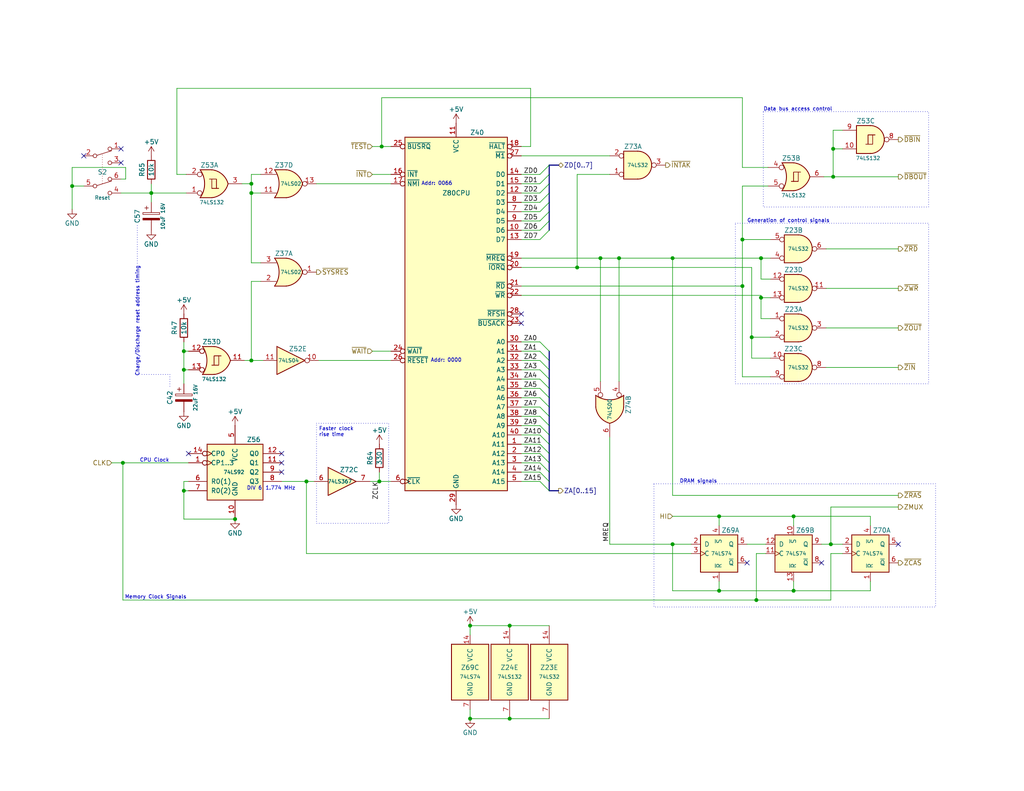
<source format=kicad_sch>
(kicad_sch (version 20231120) (generator "eeschema") (generator_version "8.0")
  (paper "USLetter")
  (title_block (title "TRS-80 Model I Rev A") (date "2024-11-20") (rev "E1A-A") (company "RetroStack - Marcel Erz") (comment 2 "CPU with reset circuits (button and power-up), clock divider, RAS & CAS divider, signals") (comment 4 "CPU & Signals"))
  (lib_symbols
    (symbol "74xx:74LS00" (pin_names (offset 1.016))
      (property "Reference" "U" (at 0 1.27 0))
      (property "Value" "74LS00" (at 0 -1.27 0))
      (symbol "74LS00_1_1"
        (pin input line (at -7.62 2.54 0) (length 3.81) (name "~") (number "1"))
        (pin input line (at -7.62 -2.54 0) (length 3.81) (name "~") (number "2"))
        (pin output inverted (at 7.62 0 180) (length 3.81) (name "~") (number "3"))
      )
      (symbol "74LS00_1_2"
        (pin input inverted (at -7.62 2.54 0) (length 4.318) (name "~") (number "1"))
        (pin input inverted (at -7.62 -2.54 0) (length 4.318) (name "~") (number "2"))
        (pin output line (at 7.62 0 180) (length 3.81) (name "~") (number "3"))
      )
      (symbol "74LS00_2_1"
        (pin input line (at -7.62 2.54 0) (length 3.81) (name "~") (number "4"))
        (pin input line (at -7.62 -2.54 0) (length 3.81) (name "~") (number "5"))
        (pin output inverted (at 7.62 0 180) (length 3.81) (name "~") (number "6"))
      )
      (symbol "74LS00_2_2"
        (pin input inverted (at -7.62 2.54 0) (length 4.318) (name "~") (number "4"))
        (pin input inverted (at -7.62 -2.54 0) (length 4.318) (name "~") (number "5"))
        (pin output line (at 7.62 0 180) (length 3.81) (name "~") (number "6"))
      )
      (symbol "74LS00_3_1"
        (pin input line (at -7.62 -2.54 0) (length 3.81) (name "~") (number "10"))
        (pin output inverted (at 7.62 0 180) (length 3.81) (name "~") (number "8"))
        (pin input line (at -7.62 2.54 0) (length 3.81) (name "~") (number "9"))
      )
      (symbol "74LS00_3_2"
        (pin input inverted (at -7.62 -2.54 0) (length 4.318) (name "~") (number "10"))
        (pin output line (at 7.62 0 180) (length 3.81) (name "~") (number "8"))
        (pin input inverted (at -7.62 2.54 0) (length 4.318) (name "~") (number "9"))
      )
      (symbol "74LS00_4_1"
        (pin output inverted (at 7.62 0 180) (length 3.81) (name "~") (number "11"))
        (pin input line (at -7.62 2.54 0) (length 3.81) (name "~") (number "12"))
        (pin input line (at -7.62 -2.54 0) (length 3.81) (name "~") (number "13"))
      )
      (symbol "74LS00_4_2"
        (pin output line (at 7.62 0 180) (length 3.81) (name "~") (number "11"))
        (pin input inverted (at -7.62 2.54 0) (length 4.318) (name "~") (number "12"))
        (pin input inverted (at -7.62 -2.54 0) (length 4.318) (name "~") (number "13"))
      )
      (symbol "74LS00_5_0"
        (pin power_in line (at 0 12.7 270) (length 5.08) (name "VCC") (number "14"))
        (pin power_in line (at 0 -12.7 90) (length 5.08) (name "GND") (number "7"))
      )
    )
    (symbol "74xx:74LS02" (pin_names (offset 1.016))
      (property "Reference" "U" (at 0 1.27 0))
      (property "Value" "74LS02" (at 0 -1.27 0))
      (symbol "74LS02_1_1"
        (pin output inverted (at 7.62 0 180) (length 3.81) (name "~") (number "1"))
        (pin input line (at -7.62 2.54 0) (length 4.318) (name "~") (number "2"))
        (pin input line (at -7.62 -2.54 0) (length 4.318) (name "~") (number "3"))
      )
      (symbol "74LS02_1_2"
        (pin output line (at 7.62 0 180) (length 3.81) (name "~") (number "1"))
        (pin input inverted (at -7.62 2.54 0) (length 3.81) (name "~") (number "2"))
        (pin input inverted (at -7.62 -2.54 0) (length 3.81) (name "~") (number "3"))
      )
      (symbol "74LS02_2_1"
        (pin output inverted (at 7.62 0 180) (length 3.81) (name "~") (number "4"))
        (pin input line (at -7.62 2.54 0) (length 4.318) (name "~") (number "5"))
        (pin input line (at -7.62 -2.54 0) (length 4.318) (name "~") (number "6"))
      )
      (symbol "74LS02_2_2"
        (pin output line (at 7.62 0 180) (length 3.81) (name "~") (number "4"))
        (pin input inverted (at -7.62 2.54 0) (length 3.81) (name "~") (number "5"))
        (pin input inverted (at -7.62 -2.54 0) (length 3.81) (name "~") (number "6"))
      )
      (symbol "74LS02_3_1"
        (pin output inverted (at 7.62 0 180) (length 3.81) (name "~") (number "10"))
        (pin input line (at -7.62 2.54 0) (length 4.318) (name "~") (number "8"))
        (pin input line (at -7.62 -2.54 0) (length 4.318) (name "~") (number "9"))
      )
      (symbol "74LS02_3_2"
        (pin output line (at 7.62 0 180) (length 3.81) (name "~") (number "10"))
        (pin input inverted (at -7.62 2.54 0) (length 3.81) (name "~") (number "8"))
        (pin input inverted (at -7.62 -2.54 0) (length 3.81) (name "~") (number "9"))
      )
      (symbol "74LS02_4_1"
        (pin input line (at -7.62 2.54 0) (length 4.318) (name "~") (number "11"))
        (pin input line (at -7.62 -2.54 0) (length 4.318) (name "~") (number "12"))
        (pin output inverted (at 7.62 0 180) (length 3.81) (name "~") (number "13"))
      )
      (symbol "74LS02_4_2"
        (pin input inverted (at -7.62 2.54 0) (length 3.81) (name "~") (number "11"))
        (pin input inverted (at -7.62 -2.54 0) (length 3.81) (name "~") (number "12"))
        (pin output line (at 7.62 0 180) (length 3.81) (name "~") (number "13"))
      )
      (symbol "74LS02_5_0"
        (pin power_in line (at 0 12.7 270) (length 5.08) (name "VCC") (number "14"))
        (pin power_in line (at 0 -12.7 90) (length 5.08) (name "GND") (number "7"))
      )
    )
    (symbol "74xx:74LS04"
      (property "Reference" "U" (at 0 1.27 0))
      (property "Value" "74LS04" (at 0 -1.27 0))
      (symbol "74LS04_1_0"
        (pin input line (at -7.62 0 0) (length 3.81) (name "~") (number "1"))
        (pin output inverted (at 7.62 0 180) (length 3.81) (name "~") (number "2"))
      )
      (symbol "74LS04_2_0"
        (pin input line (at -7.62 0 0) (length 3.81) (name "~") (number "3"))
        (pin output inverted (at 7.62 0 180) (length 3.81) (name "~") (number "4"))
      )
      (symbol "74LS04_3_0"
        (pin input line (at -7.62 0 0) (length 3.81) (name "~") (number "5"))
        (pin output inverted (at 7.62 0 180) (length 3.81) (name "~") (number "6"))
      )
      (symbol "74LS04_4_0"
        (pin output inverted (at 7.62 0 180) (length 3.81) (name "~") (number "8"))
        (pin input line (at -7.62 0 0) (length 3.81) (name "~") (number "9"))
      )
      (symbol "74LS04_5_0"
        (pin output inverted (at 7.62 0 180) (length 3.81) (name "~") (number "10"))
        (pin input line (at -7.62 0 0) (length 3.81) (name "~") (number "11"))
      )
      (symbol "74LS04_6_0"
        (pin output inverted (at 7.62 0 180) (length 3.81) (name "~") (number "12"))
        (pin input line (at -7.62 0 0) (length 3.81) (name "~") (number "13"))
      )
      (symbol "74LS04_7_0"
        (pin power_in line (at 0 12.7 270) (length 5.08) (name "VCC") (number "14"))
        (pin power_in line (at 0 -12.7 90) (length 5.08) (name "GND") (number "7"))
      )
    )
    (symbol "74xx:74LS132" (pin_names (offset 1.016))
      (property "Reference" "U" (at 0 1.27 0))
      (property "Value" "74LS132" (at 0 -1.27 0))
      (symbol "74LS132_1_1"
        (pin input line (at -7.62 2.54 0) (length 3.81) (name "~") (number "1"))
        (pin input line (at -7.62 -2.54 0) (length 3.81) (name "~") (number "2"))
        (pin output inverted (at 7.62 0 180) (length 3.81) (name "~") (number "3"))
      )
      (symbol "74LS132_1_2"
        (pin input inverted (at -7.62 2.54 0) (length 4.318) (name "~") (number "1"))
        (pin input inverted (at -7.62 -2.54 0) (length 4.318) (name "~") (number "2"))
        (pin output line (at 7.62 0 180) (length 3.81) (name "~") (number "3"))
      )
      (symbol "74LS132_2_1"
        (pin input line (at -7.62 2.54 0) (length 3.81) (name "~") (number "4"))
        (pin input line (at -7.62 -2.54 0) (length 3.81) (name "~") (number "5"))
        (pin output inverted (at 7.62 0 180) (length 3.81) (name "~") (number "6"))
      )
      (symbol "74LS132_2_2"
        (pin input inverted (at -7.62 2.54 0) (length 4.318) (name "~") (number "4"))
        (pin input inverted (at -7.62 -2.54 0) (length 4.318) (name "~") (number "5"))
        (pin output line (at 7.62 0 180) (length 3.81) (name "~") (number "6"))
      )
      (symbol "74LS132_3_1"
        (pin input line (at -7.62 -2.54 0) (length 3.81) (name "~") (number "10"))
        (pin output inverted (at 7.62 0 180) (length 3.81) (name "~") (number "8"))
        (pin input line (at -7.62 2.54 0) (length 3.81) (name "~") (number "9"))
      )
      (symbol "74LS132_3_2"
        (pin input inverted (at -7.62 -2.54 0) (length 4.318) (name "~") (number "10"))
        (pin output line (at 7.62 0 180) (length 3.81) (name "~") (number "8"))
        (pin input inverted (at -7.62 2.54 0) (length 4.318) (name "~") (number "9"))
      )
      (symbol "74LS132_4_1"
        (pin output inverted (at 7.62 0 180) (length 3.81) (name "~") (number "11"))
        (pin input line (at -7.62 2.54 0) (length 3.81) (name "~") (number "12"))
        (pin input line (at -7.62 -2.54 0) (length 3.81) (name "~") (number "13"))
      )
      (symbol "74LS132_4_2"
        (pin output line (at 7.62 0 180) (length 3.81) (name "~") (number "11"))
        (pin input inverted (at -7.62 2.54 0) (length 4.318) (name "~") (number "12"))
        (pin input inverted (at -7.62 -2.54 0) (length 4.318) (name "~") (number "13"))
      )
      (symbol "74LS132_5_0"
        (pin power_in line (at 0 12.7 270) (length 5.08) (name "VCC") (number "14"))
        (pin power_in line (at 0 -12.7 90) (length 5.08) (name "GND") (number "7"))
      )
    )
    (symbol "74xx:74LS32" (pin_names (offset 1.016))
      (property "Reference" "U" (at 0 1.27 0))
      (property "Value" "74LS32" (at 0 -1.27 0))
      (symbol "74LS32_1_1"
        (pin input line (at -7.62 2.54 0) (length 4.318) (name "~") (number "1"))
        (pin input line (at -7.62 -2.54 0) (length 4.318) (name "~") (number "2"))
        (pin output line (at 7.62 0 180) (length 3.81) (name "~") (number "3"))
      )
      (symbol "74LS32_1_2"
        (pin input inverted (at -7.62 2.54 0) (length 3.81) (name "~") (number "1"))
        (pin input inverted (at -7.62 -2.54 0) (length 3.81) (name "~") (number "2"))
        (pin output inverted (at 7.62 0 180) (length 3.81) (name "~") (number "3"))
      )
      (symbol "74LS32_2_1"
        (pin input line (at -7.62 2.54 0) (length 4.318) (name "~") (number "4"))
        (pin input line (at -7.62 -2.54 0) (length 4.318) (name "~") (number "5"))
        (pin output line (at 7.62 0 180) (length 3.81) (name "~") (number "6"))
      )
      (symbol "74LS32_2_2"
        (pin input inverted (at -7.62 2.54 0) (length 3.81) (name "~") (number "4"))
        (pin input inverted (at -7.62 -2.54 0) (length 3.81) (name "~") (number "5"))
        (pin output inverted (at 7.62 0 180) (length 3.81) (name "~") (number "6"))
      )
      (symbol "74LS32_3_1"
        (pin input line (at -7.62 -2.54 0) (length 4.318) (name "~") (number "10"))
        (pin output line (at 7.62 0 180) (length 3.81) (name "~") (number "8"))
        (pin input line (at -7.62 2.54 0) (length 4.318) (name "~") (number "9"))
      )
      (symbol "74LS32_3_2"
        (pin input inverted (at -7.62 -2.54 0) (length 3.81) (name "~") (number "10"))
        (pin output inverted (at 7.62 0 180) (length 3.81) (name "~") (number "8"))
        (pin input inverted (at -7.62 2.54 0) (length 3.81) (name "~") (number "9"))
      )
      (symbol "74LS32_4_1"
        (pin output line (at 7.62 0 180) (length 3.81) (name "~") (number "11"))
        (pin input line (at -7.62 2.54 0) (length 4.318) (name "~") (number "12"))
        (pin input line (at -7.62 -2.54 0) (length 4.318) (name "~") (number "13"))
      )
      (symbol "74LS32_4_2"
        (pin output inverted (at 7.62 0 180) (length 3.81) (name "~") (number "11"))
        (pin input inverted (at -7.62 2.54 0) (length 3.81) (name "~") (number "12"))
        (pin input inverted (at -7.62 -2.54 0) (length 3.81) (name "~") (number "13"))
      )
      (symbol "74LS32_5_0"
        (pin power_in line (at 0 12.7 270) (length 5.08) (name "VCC") (number "14"))
        (pin power_in line (at 0 -12.7 90) (length 5.08) (name "GND") (number "7"))
      )
    )
    (symbol "74xx:74LS74" (pin_names (offset 1.016))
      (property "Reference" "U" (at -7.62 8.89 0))
      (property "Value" "74LS74" (at -7.62 -8.89 0))
      (symbol "74LS74_1_0"
        (pin input line (at 0 -7.62 90) (length 2.54) (name "~{R}") (number "1"))
        (pin input line (at -7.62 2.54 0) (length 2.54) (name "D") (number "2"))
        (pin input clock (at -7.62 0 0) (length 2.54) (name "C") (number "3"))
        (pin input line (at 0 7.62 270) (length 2.54) (name "~{S}") (number "4"))
        (pin output line (at 7.62 2.54 180) (length 2.54) (name "Q") (number "5"))
        (pin output line (at 7.62 -2.54 180) (length 2.54) (name "~{Q}") (number "6"))
      )
      (symbol "74LS74_2_0"
        (pin input line (at 0 7.62 270) (length 2.54) (name "~{S}") (number "10"))
        (pin input clock (at -7.62 0 0) (length 2.54) (name "C") (number "11"))
        (pin input line (at -7.62 2.54 0) (length 2.54) (name "D") (number "12"))
        (pin input line (at 0 -7.62 90) (length 2.54) (name "~{R}") (number "13"))
        (pin output line (at 7.62 -2.54 180) (length 2.54) (name "~{Q}") (number "8"))
        (pin output line (at 7.62 2.54 180) (length 2.54) (name "Q") (number "9"))
      )
      (symbol "74LS74_3_0"
        (pin power_in line (at 0 10.16 270) (length 2.54) (name "VCC") (number "14"))
        (pin power_in line (at 0 -10.16 90) (length 2.54) (name "GND") (number "7"))
      )
    )
    (symbol "74xx:74LS92" (pin_names (offset 1.016))
      (property "Reference" "U" (at -7.62 8.89 0))
      (property "Value" "74LS92" (at -7.62 -8.89 0))
      (symbol "74LS92_1_0"
        (pin input inverted_clock (at -12.7 2.54 0) (length 5.08) (name "CP1..3") (number "1"))
        (pin power_in line (at 0 -12.7 90) (length 5.08) (name "GND") (number "10"))
        (pin output line (at 12.7 2.54 180) (length 5.08) (name "Q1") (number "11"))
        (pin output line (at 12.7 5.08 180) (length 5.08) (name "Q0") (number "12"))
        (pin input inverted_clock (at -12.7 5.08 0) (length 5.08) (name "CP0") (number "14"))
        (pin power_in line (at 0 12.7 270) (length 5.08) (name "VCC") (number "5"))
        (pin input line (at -12.7 -2.54 0) (length 5.08) (name "R0(1)") (number "6"))
        (pin input line (at -12.7 -5.08 0) (length 5.08) (name "R0(2)") (number "7"))
        (pin output line (at 12.7 -2.54 180) (length 5.08) (name "Q3") (number "8"))
        (pin output line (at 12.7 0 180) (length 5.08) (name "Q2") (number "9"))
      )
    )
    (symbol "Device:C_Polarized" (pin_numbers hide) (pin_names (offset 0.254))
      (property "Reference" "C" (at 0.635 2.54 0))
      (property "Value" "C_Polarized" (at 0.635 -2.54 0))
      (symbol "C_Polarized_1_1"
        (pin passive line (at 0 3.81 270) (length 2.794) (name "~") (number "1"))
        (pin passive line (at 0 -3.81 90) (length 2.794) (name "~") (number "2"))
      )
    )
    (symbol "Device:R" (pin_numbers hide) (pin_names (offset 0))
      (property "Reference" "R" (at 2.032 0 90))
      (property "Value" "R" (at 0 0 90))
      (symbol "R_1_1"
        (pin passive line (at 0 3.81 270) (length 1.27) (name "~") (number "1"))
        (pin passive line (at 0 -3.81 90) (length 1.27) (name "~") (number "2"))
      )
    )
    (symbol "RetroStackLibrary:74LS367_Split" (pin_names (offset 1.016))
      (property "Reference" "U" (at 0 1.27 0))
      (property "Value" "74LS367" (at 0 -1.27 0))
      (symbol "74LS367_Split_1_0"
        (pin input inverted (at 0 6.35 270) (length 4.445) (name "~") (number "1"))
        (pin input line (at -7.62 0 0) (length 3.81) (name "~") (number "2"))
        (pin tri_state line (at 7.62 0 180) (length 3.81) (name "~") (number "3"))
      )
      (symbol "74LS367_Split_2_0"
        (pin input line (at -7.62 0 0) (length 3.81) (name "~") (number "4"))
        (pin tri_state line (at 7.62 0 180) (length 3.81) (name "~") (number "5"))
      )
      (symbol "74LS367_Split_3_0"
        (pin input line (at -7.62 0 0) (length 3.81) (name "~") (number "6"))
        (pin tri_state line (at 7.62 0 180) (length 3.81) (name "~") (number "7"))
      )
      (symbol "74LS367_Split_4_0"
        (pin input line (at -7.62 0 0) (length 3.81) (name "~") (number "10"))
        (pin tri_state line (at 7.62 0 180) (length 3.81) (name "~") (number "9"))
      )
      (symbol "74LS367_Split_5_0"
        (pin tri_state line (at 8.255 -6.35 180) (length 3.81) (name "~") (number "11"))
        (pin input line (at -6.985 -6.35 0) (length 3.81) (name "~") (number "12"))
        (pin input inverted (at 0.635 0 270) (length 4.445) (name "~") (number "15"))
      )
      (symbol "74LS367_Split_6_0"
        (pin tri_state line (at 7.62 0 180) (length 3.81) (name "~") (number "13"))
        (pin input line (at -7.62 0 0) (length 3.81) (name "~") (number "14"))
      )
      (symbol "74LS367_Split_7_0"
        (pin power_in line (at 0 1.905 270) (length 5.08) (name "VCC") (number "16"))
        (pin power_in line (at 0 -23.495 90) (length 5.08) (name "GND") (number "8"))
      )
    )
    (symbol "RetroStackLibrary:SW_DPST"
      (property "Reference" "SW" (at 0 0 0))
      (symbol "SW_DPST_1_1"
        (pin passive line (at 4.445 -2.54 180) (length 2.54) (name "~") (number "1"))
        (pin passive line (at -5.715 -4.445 0) (length 2.54) (name "~") (number "2"))
        (pin passive line (at 4.445 -6.35 180) (length 2.54) (name "~") (number "3"))
        (pin passive line (at 4.445 -14.605 180) (length 2.54) (name "~") (number "4"))
        (pin passive line (at -5.715 -12.7 0) (length 2.54) (name "~") (number "5"))
        (pin passive line (at 4.445 -10.795 180) (length 2.54) (name "~") (number "6"))
      )
    )
    (symbol "RetroStackLibrary:Z80"
      (property "Reference" "U" (at 0 0 0))
      (property "Value" "Z80" (at 0 0 0))
      (symbol "Z80_1_1"
        (pin output line (at 17.78 -87.63 180) (length 3.81) (name "A11") (number "1"))
        (pin bidirectional line (at 17.78 -29.21 180) (length 3.81) (name "D6") (number "10"))
        (pin power_in line (at 0 0 270) (length 3.81) (name "VCC") (number "11"))
        (pin bidirectional line (at 17.78 -19.05 180) (length 3.81) (name "D2") (number "12"))
        (pin bidirectional line (at 17.78 -31.75 180) (length 3.81) (name "D7") (number "13"))
        (pin bidirectional line (at 17.78 -13.97 180) (length 3.81) (name "D0") (number "14"))
        (pin bidirectional line (at 17.78 -16.51 180) (length 3.81) (name "D1") (number "15"))
        (pin input inverted (at -17.78 -13.97 0) (length 3.81) (name "~{INT}") (number "16"))
        (pin input inverted (at -17.78 -16.51 0) (length 3.81) (name "~{NMI}") (number "17"))
        (pin output inverted (at 17.78 -6.35 180) (length 3.81) (name "~{HALT}") (number "18"))
        (pin output inverted (at 17.78 -36.83 180) (length 3.81) (name "~{MREQ}") (number "19"))
        (pin output line (at 17.78 -90.17 180) (length 3.81) (name "A12") (number "2"))
        (pin output inverted (at 17.78 -39.37 180) (length 3.81) (name "~{IORQ}") (number "20"))
        (pin output inverted (at 17.78 -44.45 180) (length 3.81) (name "~{RD}") (number "21"))
        (pin output inverted (at 17.78 -46.99 180) (length 3.81) (name "~{WR}") (number "22"))
        (pin output inverted (at 17.78 -54.61 180) (length 3.81) (name "~{BUSACK}") (number "23"))
        (pin input inverted (at -17.78 -62.23 0) (length 3.81) (name "~{WAIT}") (number "24"))
        (pin input inverted (at -17.78 -6.35 0) (length 3.81) (name "~{BUSRQ}") (number "25"))
        (pin input inverted (at -17.78 -64.77 0) (length 3.81) (name "~{RESET}") (number "26"))
        (pin output inverted (at 17.78 -8.89 180) (length 3.81) (name "~{M1}") (number "27"))
        (pin output inverted (at 17.78 -52.07 180) (length 3.81) (name "~{RFSH}") (number "28"))
        (pin power_in line (at 0 -104.14 90) (length 3.81) (name "GND") (number "29"))
        (pin output line (at 17.78 -92.71 180) (length 3.81) (name "A13") (number "3"))
        (pin output line (at 17.78 -59.69 180) (length 3.81) (name "A0") (number "30"))
        (pin output line (at 17.78 -62.23 180) (length 3.81) (name "A1") (number "31"))
        (pin output line (at 17.78 -64.77 180) (length 3.81) (name "A2") (number "32"))
        (pin output line (at 17.78 -67.31 180) (length 3.81) (name "A3") (number "33"))
        (pin output line (at 17.78 -69.85 180) (length 3.81) (name "A4") (number "34"))
        (pin output line (at 17.78 -72.39 180) (length 3.81) (name "A5") (number "35"))
        (pin output line (at 17.78 -74.93 180) (length 3.81) (name "A6") (number "36"))
        (pin output line (at 17.78 -77.47 180) (length 3.81) (name "A7") (number "37"))
        (pin output line (at 17.78 -80.01 180) (length 3.81) (name "A8") (number "38"))
        (pin output line (at 17.78 -82.55 180) (length 3.81) (name "A9") (number "39"))
        (pin output line (at 17.78 -95.25 180) (length 3.81) (name "A14") (number "4"))
        (pin output line (at 17.78 -85.09 180) (length 3.81) (name "A10") (number "40"))
        (pin output line (at 17.78 -97.79 180) (length 3.81) (name "A15") (number "5"))
        (pin input inverted_clock (at -17.78 -97.79 0) (length 3.81) (name "~{CLK}") (number "6"))
        (pin bidirectional line (at 17.78 -24.13 180) (length 3.81) (name "D4") (number "7"))
        (pin bidirectional line (at 17.78 -21.59 180) (length 3.81) (name "D3") (number "8"))
        (pin bidirectional line (at 17.78 -26.67 180) (length 3.81) (name "D5") (number "9"))
      )
    )
    (symbol "power:+5V" (power) (pin_numbers hide) (pin_names (offset 0) hide)
      (property "Value" "+5V" (at 0 3.556 0))
      (symbol "+5V_1_1"
        (pin power_in line (at 0 0 90) (length 0) (name "~") (number "1"))
      )
    )
    (symbol "power:GND" (power) (pin_numbers hide) (pin_names (offset 0) hide)
      (property "Value" "GND" (at 0 -3.81 0))
      (symbol "GND_1_1"
        (pin power_in line (at 0 0 270) (length 0) (name "~") (number "1"))
      )
    )
  )
  (junction (at 103.505 131.445))
  (junction (at 139.065 196.215))
  (junction (at 226.695 148.59))
  (junction (at 196.215 140.97))
  (junction (at 19.685 50.8))
  (junction (at 163.83 70.485))
  (junction (at 183.515 148.59))
  (junction (at 50.165 95.885))
  (junction (at 202.565 78.105))
  (junction (at 64.135 141.732))
  (junction (at 168.91 70.485))
  (junction (at 41.275 52.705))
  (junction (at 207.645 81.28))
  (junction (at 68.58 50.165))
  (junction (at 128.27 196.215))
  (junction (at 183.515 70.485))
  (junction (at 216.535 161.29))
  (junction (at 50.165 133.985))
  (junction (at 207.645 70.485))
  (junction (at 83.6112 131.445))
  (junction (at 216.535 140.97))
  (junction (at 68.58 98.425))
  (junction (at 104.14 40.005))
  (junction (at 206.375 163.83))
  (junction (at 227.33 48.26))
  (junction (at 202.565 65.405))
  (junction (at 227.33 40.64))
  (junction (at 128.27 170.815))
  (junction (at 205.105 92.075))
  (junction (at 196.215 161.29))
  (junction (at 68.58 52.705))
  (junction (at 50.165 100.965))
  (junction (at 139.065 170.815))
  (junction (at 33.528 126.365))
  (junction (at 157.48 73.025))
  (no_connect (at 76.835 126.365))
  (no_connect (at 33.02 44.45))
  (no_connect (at 22.86 42.545))
  (no_connect (at 203.835 153.67))
  (no_connect (at 142.24 88.265))
  (no_connect (at 142.24 85.725))
  (no_connect (at 33.02 40.64))
  (no_connect (at 51.435 123.825))
  (no_connect (at 76.835 123.825))
  (no_connect (at 245.11 148.59))
  (no_connect (at 76.835 128.905))
  (no_connect (at 224.155 153.67))
  (bus_entry (at 147.32 62.865) (size 2.54 -2.54))
  (bus_entry (at 147.32 113.665) (size 2.54 2.54))
  (bus_entry (at 147.32 93.345) (size 2.54 2.54))
  (bus_entry (at 147.32 65.405) (size 2.54 -2.54))
  (bus_entry (at 147.32 118.745) (size 2.54 2.54))
  (bus_entry (at 147.32 57.785) (size 2.54 -2.54))
  (bus_entry (at 147.32 103.505) (size 2.54 2.54))
  (bus_entry (at 147.32 106.045) (size 2.54 2.54))
  (bus_entry (at 147.32 126.365) (size 2.54 2.54))
  (bus_entry (at 147.32 55.245) (size 2.54 -2.54))
  (bus_entry (at 147.32 128.905) (size 2.54 2.54))
  (bus_entry (at 147.32 111.125) (size 2.54 2.54))
  (bus_entry (at 147.32 121.285) (size 2.54 2.54))
  (bus_entry (at 147.32 123.825) (size 2.54 2.54))
  (bus_entry (at 147.32 108.585) (size 2.54 2.54))
  (bus_entry (at 147.32 116.205) (size 2.54 2.54))
  (bus_entry (at 147.32 47.625) (size 2.54 -2.54))
  (bus_entry (at 147.32 50.165) (size 2.54 -2.54))
  (bus_entry (at 147.32 52.705) (size 2.54 -2.54))
  (bus_entry (at 147.32 98.425) (size 2.54 2.54))
  (bus_entry (at 147.32 95.885) (size 2.54 2.54))
  (bus_entry (at 147.32 100.965) (size 2.54 2.54))
  (bus_entry (at 147.32 131.445) (size 2.54 2.54))
  (bus_entry (at 147.32 60.325) (size 2.54 -2.54))
  (bus (pts (xy 149.86 100.965) (xy 149.86 103.505)))
  (wire (pts (xy 142.24 131.445) (xy 147.32 131.445)))
  (wire (pts (xy 104.14 26.67) (xy 104.14 40.005)))
  (wire (pts (xy 196.215 140.97) (xy 216.535 140.97)))
  (bus (pts (xy 149.86 116.205) (xy 149.86 118.745)))
  (wire (pts (xy 225.425 67.945) (xy 245.11 67.945)))
  (wire (pts (xy 225.425 100.33) (xy 245.11 100.33)))
  (wire (pts (xy 68.58 50.165) (xy 68.58 52.705)))
  (wire (pts (xy 196.215 161.29) (xy 216.535 161.29)))
  (wire (pts (xy 142.24 73.025) (xy 157.48 73.025)))
  (wire (pts (xy 229.87 151.13) (xy 226.695 151.13)))
  (wire (pts (xy 142.24 60.325) (xy 147.32 60.325)))
  (wire (pts (xy 50.8 47.625) (xy 48.26 47.625)))
  (wire (pts (xy 227.33 35.56) (xy 227.33 40.64)))
  (wire (pts (xy 22.86 50.8) (xy 19.685 50.8)))
  (wire (pts (xy 142.24 106.045) (xy 147.32 106.045)))
  (bus (pts (xy 149.86 118.745) (xy 149.86 121.285)))
  (wire (pts (xy 71.12 47.625) (xy 68.58 47.625)))
  (wire (pts (xy 227.33 40.64) (xy 227.33 48.26)))
  (wire (pts (xy 183.515 140.97) (xy 196.215 140.97)))
  (bus (pts (xy 149.86 108.585) (xy 149.86 111.125)))
  (wire (pts (xy 100.965 131.445) (xy 103.505 131.445)))
  (bus (pts (xy 149.86 60.325) (xy 149.86 57.785)))
  (wire (pts (xy 225.425 89.535) (xy 245.11 89.535)))
  (wire (pts (xy 71.12 71.755) (xy 68.58 71.755)))
  (wire (pts (xy 157.48 73.025) (xy 205.105 73.025)))
  (wire (pts (xy 34.29 48.895) (xy 34.29 45.72)))
  (wire (pts (xy 142.24 126.365) (xy 147.32 126.365)))
  (wire (pts (xy 163.83 70.485) (xy 168.91 70.485)))
  (bus (pts (xy 149.86 52.705) (xy 149.86 50.165)))
  (wire (pts (xy 142.24 113.665) (xy 147.32 113.665)))
  (bus (pts (xy 149.86 126.365) (xy 149.86 128.905)))
  (bus (pts (xy 149.86 131.445) (xy 149.86 133.985)))
  (wire (pts (xy 227.33 40.64) (xy 229.87 40.64)))
  (wire (pts (xy 142.24 123.825) (xy 147.32 123.825)))
  (wire (pts (xy 183.515 148.59) (xy 183.515 161.29)))
  (wire (pts (xy 226.695 151.13) (xy 226.695 163.83)))
  (bus (pts (xy 149.86 121.285) (xy 149.86 123.825)))
  (bus (pts (xy 149.86 47.625) (xy 149.86 45.085)))
  (bus (pts (xy 149.86 133.985) (xy 152.4 133.985)))
  (wire (pts (xy 103.505 128.905) (xy 103.505 131.445)))
  (wire (pts (xy 33.528 126.365) (xy 51.435 126.365)))
  (wire (pts (xy 68.58 98.425) (xy 66.675 98.425)))
  (wire (pts (xy 237.49 161.29) (xy 216.535 161.29)))
  (wire (pts (xy 216.535 158.75) (xy 216.535 161.29)))
  (wire (pts (xy 224.79 48.26) (xy 227.33 48.26)))
  (wire (pts (xy 144.78 24.13) (xy 144.78 40.005)))
  (wire (pts (xy 183.515 70.485) (xy 207.645 70.485)))
  (wire (pts (xy 50.165 100.965) (xy 51.435 100.965)))
  (wire (pts (xy 64.135 141.605) (xy 64.135 141.732)))
  (wire (pts (xy 50.165 95.885) (xy 51.435 95.885)))
  (wire (pts (xy 210.185 102.87) (xy 202.565 102.87)))
  (wire (pts (xy 142.24 62.865) (xy 147.32 62.865)))
  (wire (pts (xy 142.24 52.705) (xy 147.32 52.705)))
  (wire (pts (xy 86.995 98.425) (xy 106.68 98.425)))
  (wire (pts (xy 19.685 50.8) (xy 19.685 57.15)))
  (wire (pts (xy 142.24 108.585) (xy 147.32 108.585)))
  (bus (pts (xy 149.86 106.045) (xy 149.86 108.585)))
  (bus (pts (xy 149.86 123.825) (xy 149.86 126.365)))
  (wire (pts (xy 142.24 118.745) (xy 147.32 118.745)))
  (wire (pts (xy 237.49 140.97) (xy 216.535 140.97)))
  (wire (pts (xy 157.48 47.625) (xy 166.37 47.625)))
  (wire (pts (xy 71.755 98.425) (xy 68.58 98.425)))
  (wire (pts (xy 142.24 42.545) (xy 166.37 42.545)))
  (wire (pts (xy 51.435 133.985) (xy 50.165 133.985)))
  (wire (pts (xy 33.02 48.895) (xy 34.29 48.895)))
  (wire (pts (xy 142.24 100.965) (xy 147.32 100.965)))
  (wire (pts (xy 142.24 93.345) (xy 147.32 93.345)))
  (bus (pts (xy 149.86 98.425) (xy 149.86 100.965)))
  (wire (pts (xy 142.24 47.625) (xy 147.32 47.625)))
  (wire (pts (xy 128.27 196.215) (xy 139.065 196.215)))
  (wire (pts (xy 142.24 95.885) (xy 147.32 95.885)))
  (wire (pts (xy 76.835 131.445) (xy 83.6112 131.445)))
  (polyline (pts (xy 38.735 102.235) (xy 46.355 102.235)) (stroke (width 0) (type dot)))
  (wire (pts (xy 207.645 80.645) (xy 207.645 81.28)))
  (wire (pts (xy 50.165 93.345) (xy 50.165 95.885)))
  (wire (pts (xy 142.24 78.105) (xy 202.565 78.105)))
  (wire (pts (xy 68.58 76.835) (xy 68.58 98.425)))
  (wire (pts (xy 50.165 131.445) (xy 51.435 131.445)))
  (wire (pts (xy 202.565 78.105) (xy 202.565 65.405)))
  (wire (pts (xy 104.14 40.005) (xy 106.68 40.005)))
  (wire (pts (xy 245.11 138.43) (xy 226.695 138.43)))
  (wire (pts (xy 210.185 76.2) (xy 207.645 76.2)))
  (bus (pts (xy 149.86 62.865) (xy 149.86 60.325)))
  (wire (pts (xy 68.58 52.705) (xy 71.12 52.705)))
  (wire (pts (xy 86.36 50.165) (xy 106.68 50.165)))
  (wire (pts (xy 142.24 80.645) (xy 207.645 80.645)))
  (wire (pts (xy 142.24 103.505) (xy 147.32 103.505)))
  (bus (pts (xy 149.86 95.885) (xy 149.86 98.425)))
  (wire (pts (xy 237.49 143.51) (xy 237.49 140.97)))
  (wire (pts (xy 83.6112 131.445) (xy 85.725 131.445)))
  (polyline (pts (xy 46.355 102.235) (xy 46.355 106.045)) (stroke (width 0) (type dot)))
  (wire (pts (xy 128.27 193.675) (xy 128.27 196.215)))
  (wire (pts (xy 128.27 173.355) (xy 128.27 170.815)))
  (wire (pts (xy 210.185 97.79) (xy 205.105 97.79)))
  (wire (pts (xy 202.565 65.405) (xy 210.185 65.405)))
  (wire (pts (xy 68.58 52.705) (xy 68.58 71.755)))
  (wire (pts (xy 33.02 52.705) (xy 41.275 52.705)))
  (wire (pts (xy 50.165 133.985) (xy 50.165 141.732)))
  (wire (pts (xy 48.26 47.625) (xy 48.26 24.13)))
  (wire (pts (xy 50.165 141.732) (xy 64.135 141.732)))
  (wire (pts (xy 166.37 148.59) (xy 183.515 148.59)))
  (wire (pts (xy 30.48 126.365) (xy 33.528 126.365)))
  (wire (pts (xy 50.165 100.965) (xy 50.165 104.775)))
  (wire (pts (xy 216.535 140.97) (xy 216.535 143.51)))
  (wire (pts (xy 237.49 158.75) (xy 237.49 161.29)))
  (wire (pts (xy 163.83 70.485) (xy 163.83 104.14)))
  (polyline (pts (xy 37.465 61.595) (xy 37.465 72.39)) (stroke (width 0) (type dot)))
  (wire (pts (xy 157.48 47.625) (xy 157.48 73.025)))
  (wire (pts (xy 142.24 50.165) (xy 147.32 50.165)))
  (wire (pts (xy 188.595 148.59) (xy 183.515 148.59)))
  (wire (pts (xy 203.835 148.59) (xy 208.915 148.59)))
  (wire (pts (xy 227.33 48.26) (xy 245.11 48.26)))
  (bus (pts (xy 149.86 113.665) (xy 149.86 116.205)))
  (wire (pts (xy 207.645 81.28) (xy 210.185 81.28)))
  (wire (pts (xy 103.505 131.445) (xy 106.68 131.445)))
  (bus (pts (xy 149.86 45.085) (xy 152.4 45.085)))
  (wire (pts (xy 196.215 143.51) (xy 196.215 140.97)))
  (wire (pts (xy 207.645 70.485) (xy 210.185 70.485)))
  (wire (pts (xy 41.275 52.705) (xy 50.8 52.705)))
  (wire (pts (xy 202.565 65.405) (xy 202.565 50.8)))
  (wire (pts (xy 142.24 40.005) (xy 144.78 40.005)))
  (wire (pts (xy 142.24 98.425) (xy 147.32 98.425)))
  (wire (pts (xy 41.275 50.165) (xy 41.275 52.705)))
  (wire (pts (xy 183.515 70.485) (xy 183.515 135.255)))
  (wire (pts (xy 104.14 26.67) (xy 202.565 26.67)))
  (wire (pts (xy 226.695 163.83) (xy 206.375 163.83)))
  (wire (pts (xy 83.6112 151.13) (xy 188.595 151.13)))
  (wire (pts (xy 48.26 24.13) (xy 144.78 24.13)))
  (wire (pts (xy 101.6 95.885) (xy 106.68 95.885)))
  (bus (pts (xy 149.86 50.165) (xy 149.86 47.625)))
  (wire (pts (xy 168.91 70.485) (xy 168.91 104.14)))
  (wire (pts (xy 224.155 148.59) (xy 226.695 148.59)))
  (wire (pts (xy 206.375 151.13) (xy 206.375 163.83)))
  (wire (pts (xy 202.565 102.87) (xy 202.565 78.105)))
  (wire (pts (xy 166.37 119.38) (xy 166.37 148.59)))
  (wire (pts (xy 225.425 78.74) (xy 245.11 78.74)))
  (wire (pts (xy 33.528 126.365) (xy 33.528 163.83)))
  (wire (pts (xy 101.6 47.625) (xy 106.68 47.625)))
  (wire (pts (xy 183.515 161.29) (xy 196.215 161.29)))
  (wire (pts (xy 202.565 45.72) (xy 209.55 45.72)))
  (wire (pts (xy 226.695 148.59) (xy 229.87 148.59)))
  (wire (pts (xy 142.24 55.245) (xy 147.32 55.245)))
  (wire (pts (xy 41.275 55.245) (xy 41.275 52.705)))
  (bus (pts (xy 149.86 57.785) (xy 149.86 55.245)))
  (wire (pts (xy 207.645 70.485) (xy 207.645 76.2)))
  (wire (pts (xy 34.29 45.72) (xy 19.685 45.72)))
  (wire (pts (xy 202.565 50.8) (xy 209.55 50.8)))
  (wire (pts (xy 19.685 45.72) (xy 19.685 50.8)))
  (bus (pts (xy 149.86 111.125) (xy 149.86 113.665)))
  (wire (pts (xy 168.91 70.485) (xy 183.515 70.485)))
  (wire (pts (xy 101.6 40.005) (xy 104.14 40.005)))
  (wire (pts (xy 71.12 76.835) (xy 68.58 76.835)))
  (bus (pts (xy 149.86 128.905) (xy 149.86 131.445)))
  (wire (pts (xy 196.215 161.29) (xy 196.215 158.75)))
  (wire (pts (xy 226.695 138.43) (xy 226.695 148.59)))
  (wire (pts (xy 50.165 131.445) (xy 50.165 133.985)))
  (wire (pts (xy 142.24 57.785) (xy 147.32 57.785)))
  (wire (pts (xy 142.24 111.125) (xy 147.32 111.125)))
  (wire (pts (xy 128.27 170.815) (xy 139.065 170.815)))
  (wire (pts (xy 205.105 92.075) (xy 210.185 92.075)))
  (wire (pts (xy 142.24 128.905) (xy 147.32 128.905)))
  (wire (pts (xy 139.065 196.215) (xy 149.86 196.215)))
  (wire (pts (xy 245.11 135.255) (xy 183.515 135.255)))
  (wire (pts (xy 142.24 70.485) (xy 163.83 70.485)))
  (wire (pts (xy 207.645 86.995) (xy 207.645 81.28)))
  (wire (pts (xy 66.04 50.165) (xy 68.58 50.165)))
  (wire (pts (xy 83.6112 151.13) (xy 83.6112 131.445)))
  (wire (pts (xy 142.24 116.205) (xy 147.32 116.205)))
  (wire (pts (xy 205.105 73.025) (xy 205.105 92.075)))
  (wire (pts (xy 139.065 170.815) (xy 149.86 170.815)))
  (wire (pts (xy 142.24 65.405) (xy 147.32 65.405)))
  (wire (pts (xy 142.24 121.285) (xy 147.32 121.285)))
  (wire (pts (xy 210.185 86.995) (xy 207.645 86.995)))
  (wire (pts (xy 202.565 26.67) (xy 202.565 45.72)))
  (bus (pts (xy 149.86 55.245) (xy 149.86 52.705)))
  (wire (pts (xy 229.87 35.56) (xy 227.33 35.56)))
  (wire (pts (xy 50.165 95.885) (xy 50.165 100.965)))
  (wire (pts (xy 206.375 151.13) (xy 208.915 151.13)))
  (wire (pts (xy 205.105 97.79) (xy 205.105 92.075)))
  (wire (pts (xy 68.58 47.625) (xy 68.58 50.165)))
  (bus (pts (xy 149.86 103.505) (xy 149.86 106.045)))
  (wire (pts (xy 33.528 163.83) (xy 206.375 163.83)))
  (rectangle (start 86.36 115.57) (end 106.045 142.875) (stroke (width 0) (type dot)))
  (rectangle (start 200.66 60.96) (end 253.365 104.775) (stroke (width 0) (type dot)))
  (rectangle (start 178.435 132.08) (end 255.27 165.735) (stroke (width 0) (type dot)))
  (rectangle (start 208.28 30.48) (end 253.365 56.515) (stroke (width 0) (type dot)))
  (text "Data bus access control" (at 208.28 30.48 0) (effects (font (size 1 1)) (justify left bottom)))
  (text "DIV 6" (at 67.31 133.985 0) (effects (font (size 1 1)) (justify left bottom)))
  (text "Generation of control signals" (at 203.835 60.96 0) (effects (font (size 1 1)) (justify left bottom)))
  (text "DRAM signals" (at 185.42 132.08 0) (effects (font (size 1 1)) (justify left bottom)))
  (text "1.774 MHz" (at 72.39 133.985 0) (effects (font (size 1 1)) (justify left bottom)))
  (text "Faster clock\nrise time" (at 86.995 119.38 0) (effects (font (size 1 1)) (justify left bottom)))
  (text "Memory Clock Signals" (at 34.036 163.703 0) (effects (font (size 1 1)) (justify left bottom)))
  (text "CPU Clock" (at 38.1 126.365 0) (effects (font (size 1 1)) (justify left bottom)))
  (text "Addr: 0000" (at 117.475 99.06 0) (effects (font (size 1 1)) (justify left bottom)))
  (text "Charge/Discharge reset address timing" (at 38.1 102.87 90) (effects (font (size 1 1)) (justify left bottom)))
  (text "Addr: 0066" (at 114.935 50.8 0) (effects (font (size 1 1)) (justify left bottom)))
  (label "ZA9" (at 142.875 116.205 0))
  (label "ZD3" (at 142.875 55.245 0))
  (label "ZD2" (at 142.875 52.705 0))
  (label "ZA1" (at 142.875 95.885 0))
  (label "ZA14" (at 142.875 128.905 0))
  (label "ZA2" (at 142.875 98.425 0))
  (label "ZA0" (at 142.875 93.345 0))
  (label "ZA11" (at 142.875 121.285 0))
  (label "ZA12" (at 142.875 123.825 0))
  (label "ZD0" (at 142.875 47.625 0))
  (label "MREQ" (at 166.37 147.955 90))
  (label "ZA8" (at 142.875 113.665 0))
  (label "ZD6" (at 142.875 62.865 0))
  (label "ZD4" (at 142.875 57.785 0))
  (label "ZA4" (at 142.875 103.505 0))
  (label "ZD7" (at 142.875 65.405 0))
  (label "ZA5" (at 142.875 106.045 0))
  (label "ZA15" (at 142.875 131.445 0))
  (label "ZA3" (at 142.875 100.965 0))
  (label "ZA13" (at 142.875 126.365 0))
  (label "ZCLK" (at 103.505 131.445 270))
  (label "ZA10" (at 142.875 118.745 0))
  (label "ZD1" (at 142.875 50.165 0))
  (label "ZA7" (at 142.875 111.125 0))
  (label "ZA6" (at 142.875 108.585 0))
  (label "ZD5" (at 142.875 60.325 0))
  (hierarchical_label "~{SYSRES}" (shape output) (at 86.36 74.295 0))
  (hierarchical_label "~{DBOUT}" (shape output) (at 245.11 48.26 0))
  (hierarchical_label "~{INTAK}" (shape output) (at 181.61 45.085 0))
  (hierarchical_label "~{ZWR}" (shape output) (at 245.11 78.74 0))
  (hierarchical_label "ZD[0..7]" (shape bidirectional) (at 152.4 45.085 0))
  (hierarchical_label "ZMUX" (shape output) (at 245.11 138.43 0))
  (hierarchical_label "~{TEST}" (shape input) (at 101.6 40.005 180))
  (hierarchical_label "~{ZRD}" (shape output) (at 245.11 67.945 0))
  (hierarchical_label "~{DBIN}" (shape output) (at 245.11 38.1 0))
  (hierarchical_label "~{ZOUT}" (shape output) (at 245.11 89.535 0))
  (hierarchical_label "~{ZIN}" (shape output) (at 245.11 100.33 0))
  (hierarchical_label "~{INT}" (shape input) (at 101.6 47.625 180))
  (hierarchical_label "~{WAIT}" (shape input) (at 101.6 95.885 180))
  (hierarchical_label "~{ZCAS}" (shape output) (at 245.11 153.67 0))
  (hierarchical_label "HI" (shape input) (at 183.515 140.97 180))
  (hierarchical_label "CLK" (shape input) (at 30.48 126.365 180))
  (hierarchical_label "~{ZRAS}" (shape output) (at 245.11 135.255 0))
  (hierarchical_label "ZA[0..15]" (shape output) (at 152.4 133.985 0))
  (symbol (lib_id "74xx:74LS132") (at 217.17 48.26 0) (unit 2) (convert 2)
    (property "Reference" "Z53" (at 215.9 43.18 0))
    (property "Value" "74LS132" (at 216.535 53.34 0) (effects (font (size 1 1))))
    (property "Footprint" "RetroStackLibrary:TRS80_Model_I_DIP14" (effects (hide yes)))
    (property "Datasheet" "http://www.ti.com/lit/gpn/sn74LS132" (effects (hide yes)))
  )
  (symbol (lib_id "74xx:74LS32") (at 217.805 67.945 0) (mirror x) (unit 2) (convert 2)
    (property "Reference" "Z23" (at 216.535 62.865 0))
    (property "Value" "74LS32" (at 217.805 67.945 0) (effects (font (size 1 1))))
    (property "Footprint" "RetroStackLibrary:TRS80_Model_I_DIP14" (effects (hide yes)))
    (property "Datasheet" "http://www.ti.com/lit/gpn/sn74LS32" (effects (hide yes)))
  )
  (symbol (lib_id "power:+5V") (at 128.27 170.815 0) (unit 1)
    (property "Reference" "#PWR0116" (effects (hide yes)))
    (property "Value" "+5V" (at 128.27 167.005 0))
    (property "Description" "Power symbol creates a global label with name \"+5V\"" (effects (hide yes)))
  )
  (symbol (lib_id "power:+5V") (at 50.165 85.725 0) (unit 1)
    (property "Reference" "#PWR010" (effects (hide yes)))
    (property "Value" "+5V" (at 50.165 81.915 0))
    (property "Description" "Power symbol creates a global label with name \"+5V\"" (effects (hide yes)))
  )
  (symbol (lib_id "74xx:74LS132") (at 58.42 50.165 0) (mirror x) (unit 1) (convert 2)
    (property "Reference" "Z53" (at 57.15 45.085 0))
    (property "Value" "74LS132" (at 57.785 55.245 0) (effects (font (size 1 1))))
    (property "Footprint" "RetroStackLibrary:TRS80_Model_I_DIP14" (effects (hide yes)))
    (property "Datasheet" "http://www.ti.com/lit/gpn/sn74LS132" (effects (hide yes)))
  )
  (symbol (lib_id "74xx:74LS32") (at 217.805 78.74 0) (unit 4) (convert 2)
    (property "Reference" "Z23" (at 216.535 73.66 0))
    (property "Value" "74LS32" (at 217.805 78.74 0) (effects (font (size 1 1))))
    (property "Footprint" "RetroStackLibrary:TRS80_Model_I_DIP14" (effects (hide yes)))
    (property "Datasheet" "http://www.ti.com/lit/gpn/sn74LS32" (effects (hide yes)))
  )
  (symbol (lib_id "power:+5V") (at 103.505 121.285 0) (unit 1)
    (property "Reference" "#PWR019" (effects (hide yes)))
    (property "Value" "+5V" (at 103.505 117.475 0))
    (property "Description" "Power symbol creates a global label with name \"+5V\"" (effects (hide yes)))
  )
  (symbol (lib_id "power:GND") (at 124.46 137.795 0) (unit 1)
    (property "Reference" "#PWR017" (effects (hide yes)))
    (property "Value" "GND" (at 124.46 141.605 0))
    (property "Description" "Power symbol creates a global label with name \"GND\" , ground" (effects (hide yes)))
  )
  (symbol (lib_id "RetroStackLibrary:SW_DPST") (at 28.575 38.1 0) (unit 1)
    (property "Reference" "S2" (at 27.94 46.99 0))
    (property "Value" "Reset" (at 27.94 53.975 0) (effects (font (size 1 1))))
    (property "Footprint" "RetroStackLibrary:TRS80_Model_I_Sw_Small" (effects (hide yes)))
  )
  (symbol (lib_id "RetroStackLibrary:74LS367_Split") (at 93.345 131.445 0) (unit 3)
    (property "Reference" "Z72" (at 95.25 128.27 0))
    (property "Value" "74LS367" (at 92.71 131.445 0) (effects (font (size 1 1))))
    (property "Footprint" "RetroStackLibrary:TRS80_Model_I_DIP16" (effects (hide yes)))
    (property "Datasheet" "https://www.ti.com/lit/ds/symlink/sn74ls367a.pdf" (effects (hide yes)))
  )
  (symbol (lib_id "Device:R") (at 50.165 89.535 0) (unit 1)
    (property "Reference" "R47" (at 47.625 89.535 90))
    (property "Value" "10k" (at 50.165 89.535 90))
    (property "Footprint" "RetroStackLibrary:TRS80_Model_I_R_0.25W" (effects (hide yes)))
  )
  (symbol (lib_id "RetroStackLibrary:Z80") (at 124.46 33.655 0) (unit 1)
    (property "Reference" "Z40" (at 128.27 36.195 0) (effects (justify left)))
    (property "Value" "Z80CPU" (at 120.65 52.705 0) (effects (justify left)))
    (property "Footprint" "RetroStackLibrary:TRS80_Model_I_DIP40" (effects (hide yes)))
    (property "Datasheet" "https://www.zilog.com/docs/z80/um0080.pdf" (effects (hide yes)))
  )
  (symbol (lib_id "74xx:74LS132") (at 139.065 183.515 0) (unit 5)
    (property "Reference" "Z24" (at 136.525 182.245 0) (effects (justify left)))
    (property "Value" "74LS132" (at 139.065 184.785 0) (effects (font (size 1 1))))
    (property "Footprint" "RetroStackLibrary:TRS80_Model_I_DIP14" (effects (hide yes)))
    (property "Datasheet" "http://www.ti.com/lit/gpn/sn74LS132" (effects (hide yes)))
    (instances (project "Replica" (path "" (reference "Z24") (unit 5))) (project "TRS80_Model_I_G_E1" (path "" (reference "Z53") (unit 5))))
  )
  (symbol (lib_id "Device:R") (at 41.275 46.355 0) (unit 1)
    (property "Reference" "R65" (at 38.735 46.355 90))
    (property "Value" "10k" (at 41.275 46.355 90))
    (property "Footprint" "RetroStackLibrary:TRS80_Model_I_R_0.25W" (effects (hide yes)))
  )
  (symbol (lib_id "power:GND") (at 19.685 57.15 0) (unit 1)
    (property "Reference" "#PWR012" (effects (hide yes)))
    (property "Value" "GND" (at 19.685 60.96 0))
    (property "Description" "Power symbol creates a global label with name \"GND\" , ground" (effects (hide yes)))
  )
  (symbol (lib_id "Device:C_Polarized") (at 50.165 108.585 0) (unit 1)
    (property "Reference" "C42" (at 46.355 108.585 90))
    (property "Value" "22uF 16V" (at 53.34 108.585 90) (effects (font (size 1 1))))
    (property "Footprint" "RetroStackLibrary:TRS80_Model_I_C_Pol_Radial_6.3D_2.5P" (effects (hide yes)))
  )
  (symbol (lib_id "74xx:74LS00") (at 166.37 111.76 270) (unit 2) (convert 2)
    (property "Reference" "Z74" (at 171.45 110.49 0))
    (property "Value" "74LS00" (at 166.37 111.76 0) (effects (font (size 1 1))))
    (property "Footprint" "RetroStackLibrary:TRS80_Model_I_DIP14" (effects (hide yes)))
    (property "Datasheet" "http://www.ti.com/lit/gpn/sn74ls00" (effects (hide yes)))
  )
  (symbol (lib_id "74xx:74LS74") (at 237.49 151.13 0) (unit 1)
    (property "Reference" "Z70" (at 238.125 144.78 0) (effects (justify left)))
    (property "Value" "74LS74" (at 238.125 151.13 0) (effects (font (size 1 1))))
    (property "Footprint" "RetroStackLibrary:TRS80_Model_I_DIP14" (effects (hide yes)))
    (property "Datasheet" "74xx/74hc_hct74.pdf" (effects (hide yes)))
  )
  (symbol (lib_id "74xx:74LS74") (at 196.215 151.13 0) (unit 1)
    (property "Reference" "Z69" (at 196.85 144.78 0) (effects (justify left)))
    (property "Value" "74LS74" (at 196.85 151.13 0) (effects (font (size 1 1))))
    (property "Footprint" "RetroStackLibrary:TRS80_Model_I_DIP14" (effects (hide yes)))
    (property "Datasheet" "74xx/74hc_hct74.pdf" (effects (hide yes)))
  )
  (symbol (lib_id "power:+5V") (at 64.135 116.205 0) (unit 1)
    (property "Reference" "#PWR015" (effects (hide yes)))
    (property "Value" "+5V" (at 64.135 112.395 0))
    (property "Description" "Power symbol creates a global label with name \"+5V\"" (effects (hide yes)))
  )
  (symbol (lib_id "74xx:74LS74") (at 216.535 151.13 0) (unit 2)
    (property "Reference" "Z69" (at 217.17 144.78 0) (effects (justify left)))
    (property "Value" "74LS74" (at 217.17 151.13 0) (effects (font (size 1 1))))
    (property "Footprint" "RetroStackLibrary:TRS80_Model_I_DIP14" (effects (hide yes)))
    (property "Datasheet" "74xx/74hc_hct74.pdf" (effects (hide yes)))
  )
  (symbol (lib_id "74xx:74LS02") (at 78.74 50.165 0) (mirror x) (unit 4)
    (property "Reference" "Z37" (at 77.47 45.085 0))
    (property "Value" "74LS02" (at 79.375 50.165 0) (effects (font (size 1 1))))
    (property "Footprint" "RetroStackLibrary:TRS80_Model_I_DIP14" (effects (hide yes)))
    (property "Datasheet" "http://www.ti.com/lit/gpn/sn74ls02" (effects (hide yes)))
  )
  (symbol (lib_id "power:+5V") (at 124.46 33.655 0) (unit 1)
    (property "Reference" "#PWR016" (effects (hide yes)))
    (property "Value" "+5V" (at 124.46 29.845 0))
    (property "Description" "Power symbol creates a global label with name \"+5V\"" (effects (hide yes)))
  )
  (symbol (lib_id "Device:C_Polarized") (at 41.275 59.055 0) (unit 1)
    (property "Reference" "C57" (at 37.465 59.055 90))
    (property "Value" "10uF 16V" (at 44.45 59.055 90) (effects (font (size 1 1))))
    (property "Footprint" "RetroStackLibrary:TRS80_Model_I_C_Pol_Radial_5D_2.5P" (effects (hide yes)))
  )
  (symbol (lib_id "Device:R") (at 103.505 125.095 0) (unit 1)
    (property "Reference" "R64" (at 100.965 125.095 90))
    (property "Value" "330" (at 103.505 125.095 90))
    (property "Footprint" "RetroStackLibrary:TRS80_Model_I_R_0.25W" (effects (hide yes)))
  )
  (symbol (lib_id "power:GND") (at 128.27 196.215 0) (unit 1)
    (property "Reference" "#PWR0117" (effects (hide yes)))
    (property "Value" "GND" (at 128.27 200.025 0))
    (property "Description" "Power symbol creates a global label with name \"GND\" , ground" (effects (hide yes)))
  )
  (symbol (lib_id "74xx:74LS32") (at 217.805 100.33 0) (mirror x) (unit 3) (convert 2)
    (property "Reference" "Z23" (at 216.535 95.25 0))
    (property "Value" "74LS32" (at 217.805 100.33 0) (effects (font (size 1 1))))
    (property "Footprint" "RetroStackLibrary:TRS80_Model_I_DIP14" (effects (hide yes)))
    (property "Datasheet" "http://www.ti.com/lit/gpn/sn74LS32" (effects (hide yes)))
  )
  (symbol (lib_id "74xx:74LS132") (at 237.49 38.1 0) (unit 3)
    (property "Reference" "Z53" (at 236.22 33.02 0))
    (property "Value" "74LS132" (at 236.855 43.18 0) (effects (font (size 1 1))))
    (property "Footprint" "RetroStackLibrary:TRS80_Model_I_DIP14" (effects (hide yes)))
    (property "Datasheet" "http://www.ti.com/lit/gpn/sn74LS132" (effects (hide yes)))
  )
  (symbol (lib_id "74xx:74LS92") (at 64.135 128.905 0) (unit 1)
    (property "Reference" "Z56" (at 67.31 120.015 0) (effects (justify left)))
    (property "Value" "74LS92" (at 60.96 128.905 0) (effects (font (size 1 1)) (justify left)))
    (property "Footprint" "RetroStackLibrary:TRS80_Model_I_DIP14" (effects (hide yes)))
    (property "Datasheet" "http://www.ti.com/lit/gpn/sn74LS92" (effects (hide yes)))
  )
  (symbol (lib_id "74xx:74LS04") (at 79.375 98.425 0) (unit 5)
    (property "Reference" "Z52" (at 81.28 95.25 0))
    (property "Value" "74LS04" (at 78.74 98.425 0) (effects (font (size 1 1))))
    (property "Footprint" "RetroStackLibrary:TRS80_Model_I_DIP14" (effects (hide yes)))
    (property "Datasheet" "http://www.ti.com/lit/gpn/sn74LS04" (effects (hide yes)))
  )
  (symbol (lib_id "power:GND") (at 41.275 62.865 0) (unit 1)
    (property "Reference" "#PWR011" (effects (hide yes)))
    (property "Value" "GND" (at 41.275 66.675 0))
    (property "Description" "Power symbol creates a global label with name \"GND\" , ground" (effects (hide yes)))
  )
  (symbol (lib_id "74xx:74LS132") (at 59.055 98.425 0) (unit 4) (convert 2)
    (property "Reference" "Z53" (at 57.785 93.345 0))
    (property "Value" "74LS132" (at 58.42 103.505 0) (effects (font (size 1 1))))
    (property "Footprint" "RetroStackLibrary:TRS80_Model_I_DIP14" (effects (hide yes)))
    (property "Datasheet" "http://www.ti.com/lit/gpn/sn74LS132" (effects (hide yes)))
  )
  (symbol (lib_id "74xx:74LS74") (at 128.27 183.515 0) (unit 3)
    (property "Reference" "Z69" (at 128.27 182.245 0))
    (property "Value" "74LS74" (at 128.27 184.785 0) (effects (font (size 1 1))))
    (property "Footprint" "RetroStackLibrary:TRS80_Model_I_DIP14" (effects (hide yes)))
    (property "Datasheet" "74xx/74hc_hct74.pdf" (effects (hide yes)))
  )
  (symbol (lib_id "power:GND") (at 50.165 112.395 0) (unit 1)
    (property "Reference" "#PWR09" (effects (hide yes)))
    (property "Value" "GND" (at 50.165 116.205 0))
    (property "Description" "Power symbol creates a global label with name \"GND\" , ground" (effects (hide yes)))
  )
  (symbol (lib_id "74xx:74LS32") (at 149.86 183.515 0) (unit 5)
    (property "Reference" "Z23" (at 149.86 182.245 0))
    (property "Value" "74LS32" (at 149.86 184.785 0) (effects (font (size 1 1))))
    (property "Footprint" "RetroStackLibrary:TRS80_Model_I_DIP14" (effects (hide yes)))
    (property "Datasheet" "http://www.ti.com/lit/gpn/sn74LS32" (effects (hide yes)))
  )
  (symbol (lib_id "74xx:74LS32") (at 217.805 89.535 0) (unit 1) (convert 2)
    (property "Reference" "Z23" (at 216.535 84.455 0))
    (property "Value" "74LS32" (at 217.805 89.535 0) (effects (font (size 1 1))))
    (property "Footprint" "RetroStackLibrary:TRS80_Model_I_DIP14" (effects (hide yes)))
    (property "Datasheet" "http://www.ti.com/lit/gpn/sn74LS32" (effects (hide yes)))
  )
  (symbol (lib_id "74xx:74LS02") (at 78.74 74.295 0) (mirror x) (unit 1)
    (property "Reference" "Z37" (at 77.47 69.215 0))
    (property "Value" "74LS02" (at 79.375 74.295 0) (effects (font (size 1 1))))
    (property "Footprint" "RetroStackLibrary:TRS80_Model_I_DIP14" (effects (hide yes)))
    (property "Datasheet" "http://www.ti.com/lit/gpn/sn74ls02" (effects (hide yes)))
  )
  (symbol (lib_id "power:+5V") (at 41.275 42.545 0) (unit 1)
    (property "Reference" "#PWR013" (effects (hide yes)))
    (property "Value" "+5V" (at 41.275 38.735 0))
    (property "Description" "Power symbol creates a global label with name \"+5V\"" (effects (hide yes)))
  )
  (symbol (lib_id "74xx:74LS32") (at 173.99 45.085 0) (mirror x) (unit 1) (convert 2)
    (property "Reference" "Z73" (at 172.72 40.005 0))
    (property "Value" "74LS32" (at 173.99 45.085 0) (effects (font (size 1 1))))
    (property "Footprint" "RetroStackLibrary:TRS80_Model_I_DIP14" (effects (hide yes)))
    (property "Datasheet" "http://www.ti.com/lit/gpn/sn74LS32" (effects (hide yes)))
  )
  (symbol (lib_id "power:GND") (at 64.135 141.732 0) (unit 1)
    (property "Reference" "#PWR014" (effects (hide yes)))
    (property "Value" "GND" (at 64.135 145.542 0))
    (property "Description" "Power symbol creates a global label with name \"GND\" , ground" (effects (hide yes)))
  )
)
</source>
